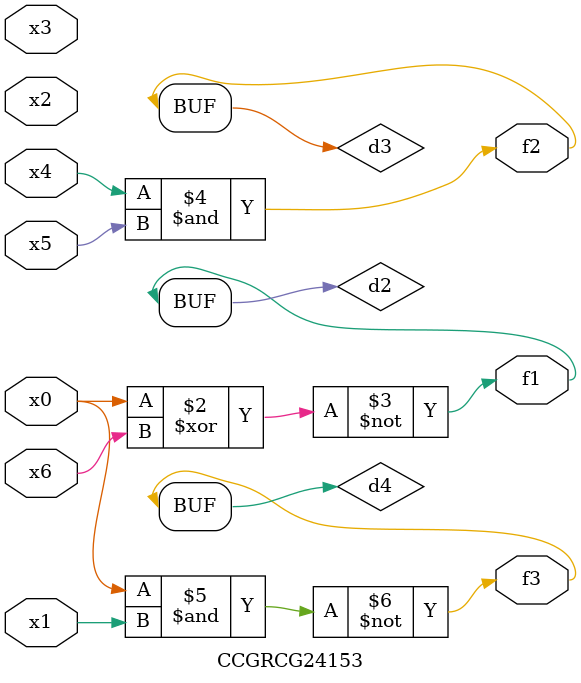
<source format=v>
module CCGRCG24153(
	input x0, x1, x2, x3, x4, x5, x6,
	output f1, f2, f3
);

	wire d1, d2, d3, d4;

	nor (d1, x0);
	xnor (d2, x0, x6);
	and (d3, x4, x5);
	nand (d4, x0, x1);
	assign f1 = d2;
	assign f2 = d3;
	assign f3 = d4;
endmodule

</source>
